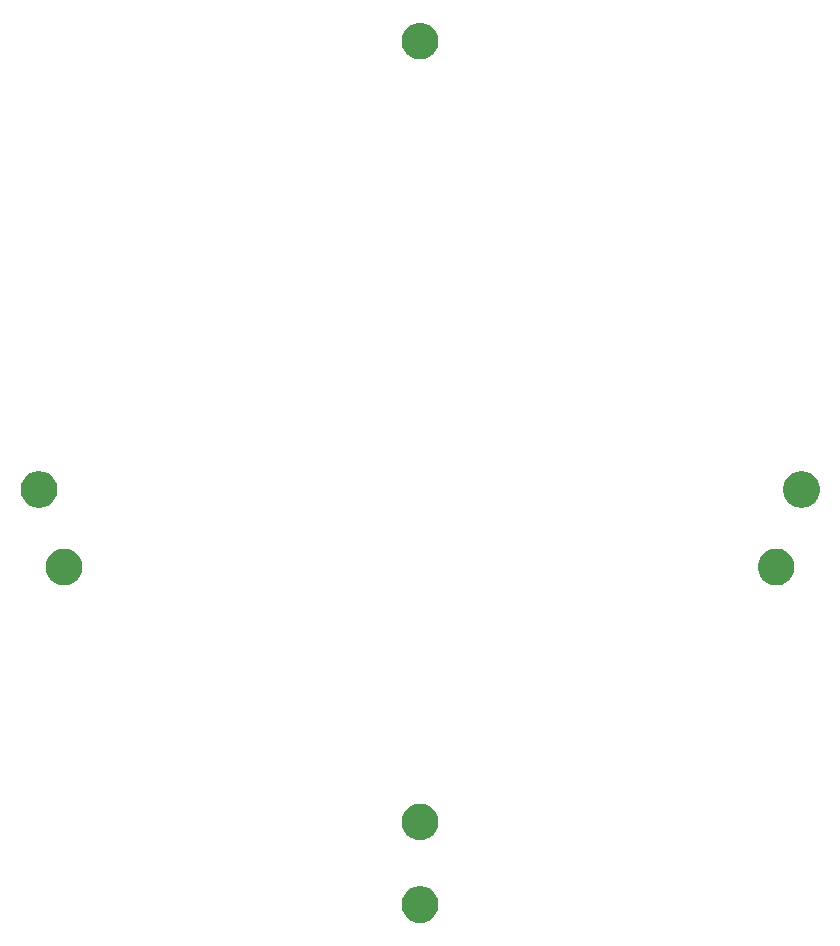
<source format=gts>
G04 #@! TF.GenerationSoftware,KiCad,Pcbnew,(5.1.4)-1*
G04 #@! TF.CreationDate,2023-03-05T20:54:53+09:00*
G04 #@! TF.ProjectId,TopPlate,546f7050-6c61-4746-952e-6b696361645f,rev?*
G04 #@! TF.SameCoordinates,Original*
G04 #@! TF.FileFunction,Soldermask,Top*
G04 #@! TF.FilePolarity,Negative*
%FSLAX46Y46*%
G04 Gerber Fmt 4.6, Leading zero omitted, Abs format (unit mm)*
G04 Created by KiCad (PCBNEW (5.1.4)-1) date 2023-03-05 20:54:53*
%MOMM*%
%LPD*%
G04 APERTURE LIST*
%ADD10C,0.100000*%
G04 APERTURE END LIST*
D10*
G36*
X147402585Y-134678802D02*
G01*
X147552410Y-134708604D01*
X147834674Y-134825521D01*
X148088705Y-134995259D01*
X148304741Y-135211295D01*
X148474479Y-135465326D01*
X148591396Y-135747590D01*
X148651000Y-136047240D01*
X148651000Y-136352760D01*
X148591396Y-136652410D01*
X148474479Y-136934674D01*
X148304741Y-137188705D01*
X148088705Y-137404741D01*
X147834674Y-137574479D01*
X147552410Y-137691396D01*
X147402585Y-137721198D01*
X147252761Y-137751000D01*
X146947239Y-137751000D01*
X146797415Y-137721198D01*
X146647590Y-137691396D01*
X146365326Y-137574479D01*
X146111295Y-137404741D01*
X145895259Y-137188705D01*
X145725521Y-136934674D01*
X145608604Y-136652410D01*
X145549000Y-136352760D01*
X145549000Y-136047240D01*
X145608604Y-135747590D01*
X145725521Y-135465326D01*
X145895259Y-135211295D01*
X146111295Y-134995259D01*
X146365326Y-134825521D01*
X146647590Y-134708604D01*
X146797415Y-134678802D01*
X146947239Y-134649000D01*
X147252761Y-134649000D01*
X147402585Y-134678802D01*
X147402585Y-134678802D01*
G37*
G36*
X147402585Y-127678802D02*
G01*
X147552410Y-127708604D01*
X147834674Y-127825521D01*
X148088705Y-127995259D01*
X148304741Y-128211295D01*
X148474479Y-128465326D01*
X148591396Y-128747590D01*
X148651000Y-129047240D01*
X148651000Y-129352760D01*
X148591396Y-129652410D01*
X148474479Y-129934674D01*
X148304741Y-130188705D01*
X148088705Y-130404741D01*
X147834674Y-130574479D01*
X147552410Y-130691396D01*
X147402585Y-130721198D01*
X147252761Y-130751000D01*
X146947239Y-130751000D01*
X146797415Y-130721198D01*
X146647590Y-130691396D01*
X146365326Y-130574479D01*
X146111295Y-130404741D01*
X145895259Y-130188705D01*
X145725521Y-129934674D01*
X145608604Y-129652410D01*
X145549000Y-129352760D01*
X145549000Y-129047240D01*
X145608604Y-128747590D01*
X145725521Y-128465326D01*
X145895259Y-128211295D01*
X146111295Y-127995259D01*
X146365326Y-127825521D01*
X146647590Y-127708604D01*
X146797415Y-127678802D01*
X146947239Y-127649000D01*
X147252761Y-127649000D01*
X147402585Y-127678802D01*
X147402585Y-127678802D01*
G37*
G36*
X177552585Y-106098802D02*
G01*
X177702410Y-106128604D01*
X177984674Y-106245521D01*
X178238705Y-106415259D01*
X178454741Y-106631295D01*
X178624479Y-106885326D01*
X178741396Y-107167590D01*
X178801000Y-107467240D01*
X178801000Y-107772760D01*
X178741396Y-108072410D01*
X178624479Y-108354674D01*
X178454741Y-108608705D01*
X178238705Y-108824741D01*
X177984674Y-108994479D01*
X177702410Y-109111396D01*
X177552585Y-109141198D01*
X177402761Y-109171000D01*
X177097239Y-109171000D01*
X176947415Y-109141198D01*
X176797590Y-109111396D01*
X176515326Y-108994479D01*
X176261295Y-108824741D01*
X176045259Y-108608705D01*
X175875521Y-108354674D01*
X175758604Y-108072410D01*
X175699000Y-107772760D01*
X175699000Y-107467240D01*
X175758604Y-107167590D01*
X175875521Y-106885326D01*
X176045259Y-106631295D01*
X176261295Y-106415259D01*
X176515326Y-106245521D01*
X176797590Y-106128604D01*
X176947415Y-106098802D01*
X177097239Y-106069000D01*
X177402761Y-106069000D01*
X177552585Y-106098802D01*
X177552585Y-106098802D01*
G37*
G36*
X117252585Y-106098802D02*
G01*
X117402410Y-106128604D01*
X117684674Y-106245521D01*
X117938705Y-106415259D01*
X118154741Y-106631295D01*
X118324479Y-106885326D01*
X118441396Y-107167590D01*
X118501000Y-107467240D01*
X118501000Y-107772760D01*
X118441396Y-108072410D01*
X118324479Y-108354674D01*
X118154741Y-108608705D01*
X117938705Y-108824741D01*
X117684674Y-108994479D01*
X117402410Y-109111396D01*
X117252585Y-109141198D01*
X117102761Y-109171000D01*
X116797239Y-109171000D01*
X116647415Y-109141198D01*
X116497590Y-109111396D01*
X116215326Y-108994479D01*
X115961295Y-108824741D01*
X115745259Y-108608705D01*
X115575521Y-108354674D01*
X115458604Y-108072410D01*
X115399000Y-107772760D01*
X115399000Y-107467240D01*
X115458604Y-107167590D01*
X115575521Y-106885326D01*
X115745259Y-106631295D01*
X115961295Y-106415259D01*
X116215326Y-106245521D01*
X116497590Y-106128604D01*
X116647415Y-106098802D01*
X116797239Y-106069000D01*
X117102761Y-106069000D01*
X117252585Y-106098802D01*
X117252585Y-106098802D01*
G37*
G36*
X179682585Y-99538802D02*
G01*
X179832410Y-99568604D01*
X180114674Y-99685521D01*
X180368705Y-99855259D01*
X180584741Y-100071295D01*
X180754479Y-100325326D01*
X180871396Y-100607590D01*
X180931000Y-100907240D01*
X180931000Y-101212760D01*
X180871396Y-101512410D01*
X180754479Y-101794674D01*
X180584741Y-102048705D01*
X180368705Y-102264741D01*
X180114674Y-102434479D01*
X179832410Y-102551396D01*
X179682585Y-102581198D01*
X179532761Y-102611000D01*
X179227239Y-102611000D01*
X179077415Y-102581198D01*
X178927590Y-102551396D01*
X178645326Y-102434479D01*
X178391295Y-102264741D01*
X178175259Y-102048705D01*
X178005521Y-101794674D01*
X177888604Y-101512410D01*
X177829000Y-101212760D01*
X177829000Y-100907240D01*
X177888604Y-100607590D01*
X178005521Y-100325326D01*
X178175259Y-100071295D01*
X178391295Y-99855259D01*
X178645326Y-99685521D01*
X178927590Y-99568604D01*
X179077415Y-99538802D01*
X179227239Y-99509000D01*
X179532761Y-99509000D01*
X179682585Y-99538802D01*
X179682585Y-99538802D01*
G37*
G36*
X115132585Y-99538802D02*
G01*
X115282410Y-99568604D01*
X115564674Y-99685521D01*
X115818705Y-99855259D01*
X116034741Y-100071295D01*
X116204479Y-100325326D01*
X116321396Y-100607590D01*
X116381000Y-100907240D01*
X116381000Y-101212760D01*
X116321396Y-101512410D01*
X116204479Y-101794674D01*
X116034741Y-102048705D01*
X115818705Y-102264741D01*
X115564674Y-102434479D01*
X115282410Y-102551396D01*
X115132585Y-102581198D01*
X114982761Y-102611000D01*
X114677239Y-102611000D01*
X114527415Y-102581198D01*
X114377590Y-102551396D01*
X114095326Y-102434479D01*
X113841295Y-102264741D01*
X113625259Y-102048705D01*
X113455521Y-101794674D01*
X113338604Y-101512410D01*
X113279000Y-101212760D01*
X113279000Y-100907240D01*
X113338604Y-100607590D01*
X113455521Y-100325326D01*
X113625259Y-100071295D01*
X113841295Y-99855259D01*
X114095326Y-99685521D01*
X114377590Y-99568604D01*
X114527415Y-99538802D01*
X114677239Y-99509000D01*
X114982761Y-99509000D01*
X115132585Y-99538802D01*
X115132585Y-99538802D01*
G37*
G36*
X147402585Y-61578802D02*
G01*
X147552410Y-61608604D01*
X147834674Y-61725521D01*
X148088705Y-61895259D01*
X148304741Y-62111295D01*
X148474479Y-62365326D01*
X148591396Y-62647590D01*
X148651000Y-62947240D01*
X148651000Y-63252760D01*
X148591396Y-63552410D01*
X148474479Y-63834674D01*
X148304741Y-64088705D01*
X148088705Y-64304741D01*
X147834674Y-64474479D01*
X147552410Y-64591396D01*
X147402585Y-64621198D01*
X147252761Y-64651000D01*
X146947239Y-64651000D01*
X146797415Y-64621198D01*
X146647590Y-64591396D01*
X146365326Y-64474479D01*
X146111295Y-64304741D01*
X145895259Y-64088705D01*
X145725521Y-63834674D01*
X145608604Y-63552410D01*
X145549000Y-63252760D01*
X145549000Y-62947240D01*
X145608604Y-62647590D01*
X145725521Y-62365326D01*
X145895259Y-62111295D01*
X146111295Y-61895259D01*
X146365326Y-61725521D01*
X146647590Y-61608604D01*
X146797415Y-61578802D01*
X146947239Y-61549000D01*
X147252761Y-61549000D01*
X147402585Y-61578802D01*
X147402585Y-61578802D01*
G37*
M02*

</source>
